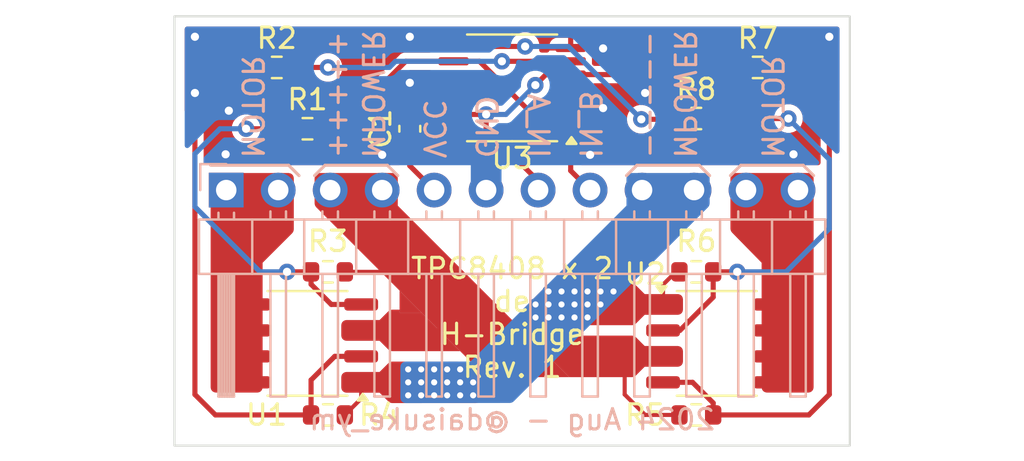
<source format=kicad_pcb>
(kicad_pcb (version 20221018) (generator pcbnew)
  (layers (0 "F.Cu" signal) (31 "B.Cu" signal) (34 "B.Paste" user) (35 "F.Paste" user) (36 "B.SilkS" user "B.Silkscreen") (37 "F.SilkS" user "F.Silkscreen") (38 "B.Mask" user) (39 "F.Mask" user) (44 "Edge.Cuts" user))
  (net 0 "")
  (net 1 "VCC")
  (net 2 "GND")
  (net 3 "/IN_A")
  (net 4 "/IN_B")
  (net 5 "/M1")
  (net 6 "/M2")
  (net 7 "Net-(U1-PG)")
  (net 8 "Net-(U1-NG)")
  (net 9 "Net-(U2-PG)")
  (net 10 "Net-(U2-NG)")
  (net 11 "/P1")
  (net 12 "/P2")
  (net 13 "/VM2")
  (net 14 "/VM1")
  (net 15 "Net-(U3-Pad3)")
  (net 16 "Net-(U3-Pad10)")
  (footprint "Package_SO:SOP-8_3.9x4.9mm_P1.27mm" (layer "F.Cu") (at 140 95 180)
    (fp_text reference "U1" (at 2 -3.5) (layer "F.SilkS"))
    (fp_text value "TPC8408")
    (fp_line (start 0 -2.56) (end -1.95 -2.56) (stroke (width 0.12)) (layer "F.SilkS"))
    (fp_line (start 0 -2.56) (end 1.95 -2.56) (stroke (width 0.12)) (layer "F.SilkS"))
    (fp_line (start 0 2.56) (end -1.95 2.56) (stroke (width 0.12)) (layer "F.SilkS"))
    (fp_line (start 0 2.56) (end 1.95 2.56) (stroke (width 0.12)) (layer "F.SilkS"))
    (fp_poly (pts (xy -2.7 -2.465) (xy -2.94 -2.795) (xy -2.46 -2.795) (xy -2.7 -2.465)) (stroke (width 0.12)) (fill solid) (layer "F.SilkS"))
    (pad "1" smd roundrect (at -2.625 -1.905 180) (size 1.65 0.6) (layers "F.Cu" "F.Paste" "F.Mask") (net 13 "/VM2"))
    (pad "2" smd roundrect (at -2.625 -0.635 180) (size 1.65 0.6) (layers "F.Cu" "F.Paste" "F.Mask") (net 8 "Net-(U1-NG)"))
    (pad "3" smd roundrect (at -2.625 0.635 180) (size 1.65 0.6) (layers "F.Cu" "F.Paste" "F.Mask") (net 14 "/VM1"))
    (pad "4" smd roundrect (at -2.625 1.905 180) (size 1.65 0.6) (layers "F.Cu" "F.Paste" "F.Mask") (net 7 "Net-(U1-PG)"))
    (pad "5" smd roundrect (at 2.625 1.905 180) (size 1.65 0.6) (layers "F.Cu" "F.Paste" "F.Mask") (net 5 "/M1"))
    (pad "6" smd roundrect (at 2.625 0.635 180) (size 1.65 0.6) (layers "F.Cu" "F.Paste" "F.Mask") (net 5 "/M1"))
    (pad "7" smd roundrect (at 2.625 -0.635 180) (size 1.65 0.6) (layers "F.Cu" "F.Paste" "F.Mask") (net 5 "/M1"))
    (pad "8" smd roundrect (at 2.625 -1.905 180) (size 1.65 0.6) (layers "F.Cu" "F.Paste" "F.Mask") (net 5 "/M1"))
  )
  (footprint "Resistor_SMD:R_0603_1608Metric" (layer "F.Cu") (at 162 81.5)
    (fp_text reference "R7" (at 0 -1.43) (layer "F.SilkS"))
    (fp_text value "20")
    (fp_line (start -0.237258 -0.5225) (end 0.237258 -0.5225) (stroke (width 0.12)) (layer "F.SilkS"))
    (fp_line (start -0.237258 0.5225) (end 0.237258 0.5225) (stroke (width 0.12)) (layer "F.SilkS"))
    (pad "1" smd roundrect (at -0.825 0) (size 0.8 0.95) (layers "F.Cu" "F.Paste" "F.Mask") (net 3 "/IN_A"))
    (pad "2" smd roundrect (at 0.825 0) (size 0.8 0.95) (layers "F.Cu" "F.Paste" "F.Mask") (net 9 "Net-(U2-PG)"))
  )
  (footprint "Resistor_SMD:R_0603_1608Metric" (layer "F.Cu") (at 159 91.5 180)
    (fp_text reference "R6" (at 0 1.5) (layer "F.SilkS"))
    (fp_text value "2k2")
    (fp_line (start -0.237258 -0.5225) (end 0.237258 -0.5225) (stroke (width 0.12)) (layer "F.SilkS"))
    (fp_line (start -0.237258 0.5225) (end 0.237258 0.5225) (stroke (width 0.12)) (layer "F.SilkS"))
    (pad "1" smd roundrect (at -0.825 0 180) (size 0.8 0.95) (layers "F.Cu" "F.Paste" "F.Mask") (net 10 "Net-(U2-NG)"))
    (pad "2" smd roundrect (at 0.825 0 180) (size 0.8 0.95) (layers "F.Cu" "F.Paste" "F.Mask") (net 13 "/VM2"))
  )
  (footprint "Package_SO:TSSOP-14_4.4x5mm_P0.65mm" (layer "F.Cu") (at 150 82.5 180)
    (fp_text reference "U3" (at 0 -3.45) (layer "F.SilkS"))
    (fp_text value "74HC00")
    (fp_line (start 0 -2.61) (end -2.2 -2.61) (stroke (width 0.12)) (layer "F.SilkS"))
    (fp_line (start 0 -2.61) (end 2.2 -2.61) (stroke (width 0.12)) (layer "F.SilkS"))
    (fp_line (start 0 2.61) (end -2.2 2.61) (stroke (width 0.12)) (layer "F.SilkS"))
    (fp_line (start 0 2.61) (end 2.2 2.61) (stroke (width 0.12)) (layer "F.SilkS"))
    (fp_poly (pts (xy -2.9 -2.41) (xy -3.14 -2.74) (xy -2.66 -2.74) (xy -2.9 -2.41)) (stroke (width 0.12)) (fill solid) (layer "F.SilkS"))
    (pad "1" smd roundrect (at -2.8625 -1.95 180) (size 1.475 0.4) (layers "F.Cu" "F.Paste" "F.Mask") (net 4 "/IN_B"))
    (pad "2" smd roundrect (at -2.8625 -1.3 180) (size 1.475 0.4) (layers "F.Cu" "F.Paste" "F.Mask") (net 4 "/IN_B"))
    (pad "3" smd roundrect (at -2.8625 -0.65 180) (size 1.475 0.4) (layers "F.Cu" "F.Paste" "F.Mask") (net 15 "Net-(U3-Pad3)"))
    (pad "4" smd roundrect (at -2.8625 0 180) (size 1.475 0.4) (layers "F.Cu" "F.Paste" "F.Mask") (net 15 "Net-(U3-Pad3)"))
    (pad "5" smd roundrect (at -2.8625 0.65 180) (size 1.475 0.4) (layers "F.Cu" "F.Paste" "F.Mask") (net 3 "/IN_A"))
    (pad "6" smd roundrect (at -2.8625 1.3 180) (size 1.475 0.4) (layers "F.Cu" "F.Paste" "F.Mask") (net 11 "/P1"))
    (pad "7" smd roundrect (at -2.8625 1.95 180) (size 1.475 0.4) (layers "F.Cu" "F.Paste" "F.Mask") (net 2 "GND"))
    (pad "8" smd roundrect (at 2.8625 1.95 180) (size 1.475 0.4) (layers "F.Cu" "F.Paste" "F.Mask") (net 12 "/P2"))
    (pad "9" smd roundrect (at 2.8625 1.3 180) (size 1.475 0.4) (layers "F.Cu" "F.Paste" "F.Mask") (net 4 "/IN_B"))
    (pad "10" smd roundrect (at 2.8625 0.65 180) (size 1.475 0.4) (layers "F.Cu" "F.Paste" "F.Mask") (net 16 "Net-(U3-Pad10)"))
    (pad "11" smd roundrect (at 2.8625 0 180) (size 1.475 0.4) (layers "F.Cu" "F.Paste" "F.Mask") (net 16 "Net-(U3-Pad10)"))
    (pad "12" smd roundrect (at 2.8625 -0.65 180) (size 1.475 0.4) (layers "F.Cu" "F.Paste" "F.Mask") (net 3 "/IN_A"))
    (pad "13" smd roundrect (at 2.8625 -1.3 180) (size 1.475 0.4) (layers "F.Cu" "F.Paste" "F.Mask") (net 3 "/IN_A"))
    (pad "14" smd roundrect (at 2.8625 -1.95 180) (size 1.475 0.4) (layers "F.Cu" "F.Paste" "F.Mask") (net 1 "VCC"))
  )
  (footprint "Capacitor_SMD:C_0603_1608Metric" (layer "F.Cu") (at 145 84.5 90)
    (fp_text reference "C1" (at 0 -1.43 90) (layer "F.SilkS"))
    (fp_text value "0.1u")
    (fp_line (start -0.14058 -0.51) (end 0.14058 -0.51) (stroke (width 0.12)) (layer "F.SilkS"))
    (fp_line (start -0.14058 0.51) (end 0.14058 0.51) (stroke (width 0.12)) (layer "F.SilkS"))
    (pad "1" smd roundrect (at -0.775 0 90) (size 0.9 0.95) (layers "F.Cu" "F.Paste" "F.Mask") (net 1 "VCC"))
    (pad "2" smd roundrect (at 0.775 0 90) (size 0.9 0.95) (layers "F.Cu" "F.Paste" "F.Mask") (net 2 "GND"))
  )
  (footprint "Package_SO:SOP-8_3.9x4.9mm_P1.27mm" (layer "F.Cu") (at 160 95)
    (fp_text reference "U2" (at -3.5 -3.4) (layer "F.SilkS"))
    (fp_text value "TPC8408")
    (fp_line (start 0 -2.56) (end -1.95 -2.56) (stroke (width 0.12)) (layer "F.SilkS"))
    (fp_line (start 0 -2.56) (end 1.95 -2.56) (stroke (width 0.12)) (layer "F.SilkS"))
    (fp_line (start 0 2.56) (end -1.95 2.56) (stroke (width 0.12)) (layer "F.SilkS"))
    (fp_line (start 0 2.56) (end 1.95 2.56) (stroke (width 0.12)) (layer "F.SilkS"))
    (fp_poly (pts (xy -2.7 -2.465) (xy -2.94 -2.795) (xy -2.46 -2.795) (xy -2.7 -2.465)) (stroke (width 0.12)) (fill solid) (layer "F.SilkS"))
    (pad "1" smd roundrect (at -2.625 -1.905) (size 1.65 0.6) (layers "F.Cu" "F.Paste" "F.Mask") (net 13 "/VM2"))
    (pad "2" smd roundrect (at -2.625 -0.635) (size 1.65 0.6) (layers "F.Cu" "F.Paste" "F.Mask") (net 10 "Net-(U2-NG)"))
    (pad "3" smd roundrect (at -2.625 0.635) (size 1.65 0.6) (layers "F.Cu" "F.Paste" "F.Mask") (net 14 "/VM1"))
    (pad "4" smd roundrect (at -2.625 1.905) (size 1.65 0.6) (layers "F.Cu" "F.Paste" "F.Mask") (net 9 "Net-(U2-PG)"))
    (pad "5" smd roundrect (at 2.625 1.905) (size 1.65 0.6) (layers "F.Cu" "F.Paste" "F.Mask") (net 6 "/M2"))
    (pad "6" smd roundrect (at 2.625 0.635) (size 1.65 0.6) (layers "F.Cu" "F.Paste" "F.Mask") (net 6 "/M2"))
    (pad "7" smd roundrect (at 2.625 -0.635) (size 1.65 0.6) (layers "F.Cu" "F.Paste" "F.Mask") (net 6 "/M2"))
    (pad "8" smd roundrect (at 2.625 -1.905) (size 1.65 0.6) (layers "F.Cu" "F.Paste" "F.Mask") (net 6 "/M2"))
  )
  (footprint "Resistor_SMD:R_0603_1608Metric" (layer "F.Cu") (at 159 98.5 180)
    (fp_text reference "R5" (at 2.5 0) (layer "F.SilkS"))
    (fp_text value "2k2")
    (fp_line (start -0.237258 -0.5225) (end 0.237258 -0.5225) (stroke (width 0.12)) (layer "F.SilkS"))
    (fp_line (start -0.237258 0.5225) (end 0.237258 0.5225) (stroke (width 0.12)) (layer "F.SilkS"))
    (pad "1" smd roundrect (at -0.825 0 180) (size 0.8 0.95) (layers "F.Cu" "F.Paste" "F.Mask") (net 9 "Net-(U2-PG)"))
    (pad "2" smd roundrect (at 0.825 0 180) (size 0.8 0.95) (layers "F.Cu" "F.Paste" "F.Mask") (net 14 "/VM1"))
  )
  (footprint "Resistor_SMD:R_0603_1608Metric" (layer "F.Cu") (at 138.5 81.5)
    (fp_text reference "R2" (at 0 -1.43) (layer "F.SilkS"))
    (fp_text value "20")
    (fp_line (start -0.237258 -0.5225) (end 0.237258 -0.5225) (stroke (width 0.12)) (layer "F.SilkS"))
    (fp_line (start -0.237258 0.5225) (end 0.237258 0.5225) (stroke (width 0.12)) (layer "F.SilkS"))
    (pad "1" smd roundrect (at -0.825 0) (size 0.8 0.95) (layers "F.Cu" "F.Paste" "F.Mask") (net 8 "Net-(U1-NG)"))
    (pad "2" smd roundrect (at 0.825 0) (size 0.8 0.95) (layers "F.Cu" "F.Paste" "F.Mask") (net 11 "/P1"))
  )
  (footprint "Resistor_SMD:R_0603_1608Metric" (layer "F.Cu") (at 141 98.5)
    (fp_text reference "R4" (at 2.5 0) (layer "F.SilkS"))
    (fp_text value "2k2")
    (fp_line (start -0.237258 -0.5225) (end 0.237258 -0.5225) (stroke (width 0.12)) (layer "F.SilkS"))
    (fp_line (start -0.237258 0.5225) (end 0.237258 0.5225) (stroke (width 0.12)) (layer "F.SilkS"))
    (pad "1" smd roundrect (at -0.825 0) (size 0.8 0.95) (layers "F.Cu" "F.Paste" "F.Mask") (net 8 "Net-(U1-NG)"))
    (pad "2" smd roundrect (at 0.825 0) (size 0.8 0.95) (layers "F.Cu" "F.Paste" "F.Mask") (net 13 "/VM2"))
  )
  (footprint "Resistor_SMD:R_0603_1608Metric" (layer "F.Cu") (at 159 84)
    (fp_text reference "R8" (at 0 -1.43) (layer "F.SilkS"))
    (fp_text value "20")
    (fp_line (start -0.237258 -0.5225) (end 0.237258 -0.5225) (stroke (width 0.12)) (layer "F.SilkS"))
    (fp_line (start -0.237258 0.5225) (end 0.237258 0.5225) (stroke (width 0.12)) (layer "F.SilkS"))
    (pad "1" smd roundrect (at -0.825 0) (size 0.8 0.95) (layers "F.Cu" "F.Paste" "F.Mask") (net 12 "/P2"))
    (pad "2" smd roundrect (at 0.825 0) (size 0.8 0.95) (layers "F.Cu" "F.Paste" "F.Mask") (net 10 "Net-(U2-NG)"))
  )
  (footprint "Resistor_SMD:R_0603_1608Metric" (layer "F.Cu") (at 141 91.5 180)
    (fp_text reference "R3" (at 0 1.5) (layer "F.SilkS"))
    (fp_text value "2k2")
    (fp_line (start -0.237258 -0.5225) (end 0.237258 -0.5225) (stroke (width 0.12)) (layer "F.SilkS"))
    (fp_line (start -0.237258 0.5225) (end 0.237258 0.5225) (stroke (width 0.12)) (layer "F.SilkS"))
    (pad "1" smd roundrect (at -0.825 0 180) (size 0.8 0.95) (layers "F.Cu" "F.Paste" "F.Mask") (net 14 "/VM1"))
    (pad "2" smd roundrect (at 0.825 0 180) (size 0.8 0.95) (layers "F.Cu" "F.Paste" "F.Mask") (net 7 "Net-(U1-PG)"))
  )
  (footprint "Resistor_SMD:R_0603_1608Metric" (layer "F.Cu") (at 140 84.5)
    (fp_text reference "R1" (at 0 -1.43) (layer "F.SilkS"))
    (fp_text value "20")
    (fp_line (start -0.237258 -0.5225) (end 0.237258 -0.5225) (stroke (width 0.12)) (layer "F.SilkS"))
    (fp_line (start -0.237258 0.5225) (end 0.237258 0.5225) (stroke (width 0.12)) (layer "F.SilkS"))
    (pad "1" smd roundrect (at -0.825 0) (size 0.8 0.95) (layers "F.Cu" "F.Paste" "F.Mask") (net 7 "Net-(U1-PG)"))
    (pad "2" smd roundrect (at 0.825 0) (size 0.8 0.95) (layers "F.Cu" "F.Paste" "F.Mask") (net 4 "/IN_B"))
  )
  (footprint "Connector_PinHeader_2.54mm:PinHeader_1x12_P2.54mm_Horizontal" (layer "B.Cu") (at 136.03 87.5 -90)
    (fp_text reference "J1" hide)
    (fp_text value "Conn_01x12")
    (fp_line (start -1.27 0) (end -1.27 1.27) (stroke (width 0.12)) (layer "B.SilkS"))
    (fp_line (start -1.27 1.27) (end 0 1.27) (stroke (width 0.12)) (layer "B.SilkS"))
    (fp_line (start 1.042929 -28.32) (end 1.44 -28.32) (stroke (width 0.12)) (layer "B.SilkS"))
    (fp_line (start 1.042929 -27.56) (end 1.44 -27.56) (stroke (width 0.12)) (layer "B.SilkS"))
    (fp_line (start 1.042929 -25.78) (end 1.44 -25.78) (stroke (width 0.12)) (layer "B.SilkS"))
    (fp_line (start 1.042929 -25.02) (end 1.44 -25.02) (stroke (width 0.12)) (layer "B.SilkS"))
    (fp_line (start 1.042929 -23.24) (end 1.44 -23.24) (stroke (width 0.12)) (layer "B.SilkS"))
    (fp_line (start 1.042929 -22.48) (end 1.44 -22.48) (stroke (width 0.12)) (layer "B.SilkS"))
    (fp_line (start 1.042929 -20.7) (end 1.44 -20.7) (stroke (width 0.12)) (layer "B.SilkS"))
    (fp_line (start 1.042929 -19.94) (end 1.44 -19.94) (stroke (width 0.12)) (layer "B.SilkS"))
    (fp_line (start 1.042929 -18.16) (end 1.44 -18.16) (stroke (width 0.12)) (layer "B.SilkS"))
    (fp_line (start 1.042929 -17.4) (end 1.44 -17.4) (stroke (width 0.12)) (layer "B.SilkS"))
    (fp_line (start 1.042929 -15.62) (end 1.44 -15.62) (stroke (width 0.12)) (layer "B.SilkS"))
    (fp_line (start 1.042929 -14.86) (end 1.44 -14.86) (stroke (width 0.12)) (layer "B.SilkS"))
    (fp_line (start 1.042929 -13.08) (end 1.44 -13.08) (stroke (width 0.12)) (layer "B.SilkS"))
    (fp_line (start 1.042929 -12.32) (end 1.44 -12.32) (stroke (width 0.12)) (layer "B.SilkS"))
    (fp_line (start 1.042929 -10.54) (end 1.44 -10.54) (stroke (width 0.12)) (layer "B.SilkS"))
    (fp_line (start 1.042929 -9.78) (end 1.44 -9.78) (stroke (width 0.12)) (layer "B.SilkS"))
    (fp_line (start 1.042929 -8) (end 1.44 -8) (stroke (width 0.12)) (layer "B.SilkS"))
    (fp_line (start 1.042929 -7.24) (end 1.44 -7.24) (stroke (width 0.12)) (layer "B.SilkS"))
    (fp_line (start 1.042929 -5.46) (end 1.44 -5.46) (stroke (width 0.12)) (layer "B.SilkS"))
    (fp_line (start 1.042929 -4.7) (end 1.44 -4.7) (stroke (width 0.12)) (layer "B.SilkS"))
    (fp_line (start 1.042929 -2.92) (end 1.44 -2.92) (stroke (width 0.12)) (layer "B.SilkS"))
    (fp_line (start 1.042929 -2.16) (end 1.44 -2.16) (stroke (width 0.12)) (layer "B.SilkS"))
    (fp_line (start 1.11 -0.38) (end 1.44 -0.38) (stroke (width 0.12)) (layer "B.SilkS"))
    (fp_line (start 1.11 0.38) (end 1.44 0.38) (stroke (width 0.12)) (layer "B.SilkS"))
    (fp_line (start 1.44 -29.27) (end 4.1 -29.27) (stroke (width 0.12)) (layer "B.SilkS"))
    (fp_line (start 1.44 -26.67) (end 4.1 -26.67) (stroke (width 0.12)) (layer "B.SilkS"))
    (fp_line (start 1.44 -24.13) (end 4.1 -24.13) (stroke (width 0.12)) (layer "B.SilkS"))
    (fp_line (start 1.44 -21.59) (end 4.1 -21.59) (stroke (width 0.12)) (layer "B.SilkS"))
    (fp_line (start 1.44 -19.05) (end 4.1 -19.05) (stroke (width 0.12)) (layer "B.SilkS"))
    (fp_line (start 1.44 -16.51) (end 4.1 -16.51) (stroke (width 0.12)) (layer "B.SilkS"))
    (fp_line (start 1.44 -13.97) (end 4.1 -13.97) (stroke (width 0.12)) (layer "B.SilkS"))
    (fp_line (start 1.44 -11.43) (end 4.1 -11.43) (stroke (width 0.12)) (layer "B.SilkS"))
    (fp_line (start 1.44 -8.89) (end 4.1 -8.89) (stroke (width 0.12)) (layer "B.SilkS"))
    (fp_line (start 1.44 -6.35) (end 4.1 -6.35) (stroke (width 0.12)) (layer "B.SilkS"))
    (fp_line (start 1.44 -3.81) (end 4.1 -3.81) (stroke (width 0.12)) (layer "B.SilkS"))
    (fp_line (start 1.44 -1.27) (end 4.1 -1.27) (stroke (width 0.12)) (layer "B.SilkS"))
    (fp_line (start 1.44 1.33) (end 1.44 -29.27) (stroke (width 0.12)) (layer "B.SilkS"))
    (fp_line (start 4.1 -29.27) (end 4.1 1.33) (stroke (width 0.12)) (layer "B.SilkS"))
    (fp_line (start 4.1 -27.56) (end 10.1 -27.56) (stroke (width 0.12)) (layer "B.SilkS"))
    (fp_line (start 4.1 -25.02) (end 10.1 -25.02) (stroke (width 0.12)) (layer "B.SilkS"))
    (fp_line (start 4.1 -22.48) (end 10.1 -22.48) (stroke (width 0.12)) (layer "B.SilkS"))
    (fp_line (start 4.1 -19.94) (end 10.1 -19.94) (stroke (width 0.12)) (layer "B.SilkS"))
    (fp_line (start 4.1 -17.4) (end 10.1 -17.4) (stroke (width 0.12)) (layer "B.SilkS"))
    (fp_line (start 4.1 -14.86) (end 10.1 -14.86) (stroke (width 0.12)) (layer "B.SilkS"))
    (fp_line (start 4.1 -12.32) (end 10.1 -12.32) (stroke (width 0.12)) (layer "B.SilkS"))
    (fp_line (start 4.1 -9.78) (end 10.1 -9.78) (stroke (width 0.12)) (layer "B.SilkS"))
    (fp_line (start 4.1 -7.24) (end 10.1 -7.24) (stroke (width 0.12)) (layer "B.SilkS"))
    (fp_line (start 4.1 -4.7) (end 10.1 -4.7) (stroke (width 0.12)) (layer "B.SilkS"))
    (fp_line (start 4.1 -2.16) (end 10.1 -2.16) (stroke (width 0.12)) (layer "B.SilkS"))
    (fp_line (start 4.1 -0.28) (end 10.1 -0.28) (stroke (width 0.12)) (layer "B.SilkS"))
    (fp_line (start 4.1 -0.16) (end 10.1 -0.16) (stroke (width 0.12)) (layer "B.SilkS"))
    (fp_line (start 4.1 -0.04) (end 10.1 -0.04) (stroke (width 0.12)) (layer "B.SilkS"))
    (fp_line (start 4.1 0.08) (end 10.1 0.08) (stroke (width 0.12)) (layer "B.SilkS"))
    (fp_line (start 4.1 0.2) (end 10.1 0.2) (stroke (width 0.12)) (layer "B.SilkS"))
    (fp_line (start 4.1 0.32) (end 10.1 0.32) (stroke (width 0.12)) (layer "B.SilkS"))
    (fp_line (start 4.1 0.38) (end 10.1 0.38) (stroke (width 0.12)) (layer "B.SilkS"))
    (fp_line (start 4.1 1.33) (end 1.44 1.33) (stroke (width 0.12)) (layer "B.SilkS"))
    (fp_line (start 10.1 -28.32) (end 4.1 -28.32) (stroke (width 0.12)) (layer "B.SilkS"))
    (fp_line (start 10.1 -27.56) (end 10.1 -28.32) (stroke (width 0.12)) (layer "B.SilkS"))
    (fp_line (start 10.1 -25.78) (end 4.1 -25.78) (stroke (width 0.12)) (layer "B.SilkS"))
    (fp_line (start 10.1 -25.02) (end 10.1 -25.78) (stroke (width 0.12)) (layer "B.SilkS"))
    (fp_line (start 10.1 -23.24) (end 4.1 -23.24) (stroke (width 0.12)) (layer "B.SilkS"))
    (fp_line (start 10.1 -22.48) (end 10.1 -23.24) (stroke (width 0.12)) (layer "B.SilkS"))
    (fp_line (start 10.1 -20.7) (end 4.1 -20.7) (stroke (width 0.12)) (layer "B.SilkS"))
    (fp_line (start 10.1 -19.94) (end 10.1 -20.7) (stroke (width 0.12)) (layer "B.SilkS"))
    (fp_line (start 10.1 -18.16) (end 4.1 -18.16) (stroke (width 0.12)) (layer "B.SilkS"))
    (fp_line (start 10.1 -17.4) (end 10.1 -18.16) (stroke (width 0.12)) (layer "B.SilkS"))
    (fp_line (start 10.1 -15.62) (end 4.1 -15.62) (stroke (width 0.12)) (layer "B.SilkS"))
    (fp_line (start 10.1 -14.86) (end 10.1 -15.62) (stroke (width 0.12)) (layer "B.SilkS"))
    (fp_line (start 10.1 -13.08) (end 4.1 -13.08) (stroke (width 0.12)) (layer "B.SilkS"))
    (fp_line (start 10.1 -12.32) (end 10.1 -13.08) (stroke (width 0.12)) (layer "B.SilkS"))
    (fp_line (start 10.1 -10.54) (end 4.1 -10.54) (stroke (width 0.12)) (layer "B.SilkS"))
    (fp_line (start 10.1 -9.78) (end 10.1 -10.54) (stroke (width 0.12)) (layer "B.SilkS"))
    (fp_line (start 10.1 -8) (end 4.1 -8) (stroke (width 0.12)) (layer "B.SilkS"))
    (fp_line (start 10.1 -7.24) (end 10.1 -8) (stroke (width 0.12)) (layer "B.SilkS"))
    (fp_line (start 10.1 -5.46) (end 4.1 -5.46) (stroke (width 0.12)) (layer "B.SilkS"))
    (fp_line (start 10.1 -4.7) (end 10.1 -5.46) (stroke (width 0.12)) (layer "B.SilkS"))
    (fp_line (start 10.1 -2.92) (end 4.1 -2.92) (stroke (width 0.12)) (layer "B.SilkS"))
    (fp_line (start 10.1 -2.16) (end 10.1 -2.92) (stroke (width 0.12)) (layer "B.SilkS"))
    (fp_line (start 10.1 -0.38) (end 4.1 -0.38) (stroke (width 0.12)) (layer "B.SilkS"))
    (fp_line (start 10.1 0.38) (end 10.1 -0.38) (stroke (width 0.12)) (layer "B.SilkS"))
    (pad "1" thru_hole rect (at 0 0 270) (size 1.7 1.7) (drill 1) (layers "*.Cu" "*.Mask") (net 5 "/M1"))
    (pad "2" thru_hole oval (at 0 -2.54 270) (size 1.7 1.7) (drill 1) (layers "*.Cu" "*.Mask") (net 5 "/M1"))
    (pad "3" thru_hole oval (at 0 -5.08 270) (size 1.7 1.7) (drill 1) (layers "*.Cu" "*.Mask") (net 14 "/VM1"))
    (pad "4" thru_hole oval (at 0 -7.62 270) (size 1.7 1.7) (drill 1) (layers "*.Cu" "*.Mask") (net 14 "/VM1"))
    (pad "5" thru_hole oval (at 0 -10.16 270) (size 1.7 1.7) (drill 1) (layers "*.Cu" "*.Mask") (net 1 "VCC"))
    (pad "6" thru_hole oval (at 0 -12.7 270) (size 1.7 1.7) (drill 1) (layers "*.Cu" "*.Mask") (net 2 "GND"))
    (pad "7" thru_hole oval (at 0 -15.24 270) (size 1.7 1.7) (drill 1) (layers "*.Cu" "*.Mask") (net 3 "/IN_A"))
    (pad "8" thru_hole oval (at 0 -17.78 270) (size 1.7 1.7) (drill 1) (layers "*.Cu" "*.Mask") (net 4 "/IN_B"))
    (pad "9" thru_hole oval (at 0 -20.32 270) (size 1.7 1.7) (drill 1) (layers "*.Cu" "*.Mask") (net 13 "/VM2"))
    (pad "10" thru_hole oval (at 0 -22.86 270) (size 1.7 1.7) (drill 1) (layers "*.Cu" "*.Mask") (net 13 "/VM2"))
    (pad "11" thru_hole oval (at 0 -25.4 270) (size 1.7 1.7) (drill 1) (layers "*.Cu" "*.Mask") (net 6 "/M2"))
    (pad "12" thru_hole oval (at 0 -27.94 270) (size 1.7 1.7) (drill 1) (layers "*.Cu" "*.Mask") (net 6 "/M2"))
  )
  (gr_line (start 139.078 86.284) (end 135.268 86.284) (stroke (width 0.15)) (layer "B.SilkS"))
  (gr_line (start 140.348 86.792) (end 140.856 86.284) (stroke (width 0.15)) (layer "B.SilkS"))
  (gr_line (start 159.144 86.284) (end 159.652 86.792) (stroke (width 0.15)) (layer "B.SilkS"))
  (gr_line (start 143.904 86.284) (end 144.412 86.792) (stroke (width 0.15)) (layer "B.SilkS"))
  (gr_line (start 161.176 86.284) (end 164.224 86.284) (stroke (width 0.15)) (layer "B.SilkS"))
  (gr_line (start 140.856 86.284) (end 143.904 86.284) (stroke (width 0.15)) (layer "B.SilkS"))
  (gr_line (start 155.588 86.792) (end 156.096 86.284) (stroke (width 0.15)) (layer "B.SilkS"))
  (gr_line (start 164.224 86.284) (end 164.732 86.792) (stroke (width 0.15)) (layer "B.SilkS"))
  (gr_line (start 139.586 86.792) (end 139.078 86.284) (stroke (width 0.15)) (layer "B.SilkS"))
  (gr_line (start 160.668 86.792) (end 161.176 86.284) (stroke (width 0.15)) (layer "B.SilkS"))
  (gr_line (start 156.096 86.284) (end 159.144 86.284) (stroke (width 0.15)) (layer "B.SilkS"))
  (gr_rect (start 133.5 79) (end 166.5 100) (stroke (width 0.1)) (fill none) (layer "Edge.Cuts"))
  (gr_text "MPOWER\n-----" (at 157.62 86.03 270) (layer "B.SilkS") (effects (font (size 1 1)) (justify left mirror)))
  (gr_text "IN_B" (at 153.81 86.03 270) (layer "B.SilkS") (effects (font (size 1 1)) (justify left mirror)))
  (gr_text "MPOWER\n+++++" (at 142.38 86.03 270) (layer "B.SilkS") (effects (font (size 1 1)) (justify left mirror)))
  (gr_text "IN_A" (at 151.27 86.03 270) (layer "B.SilkS") (effects (font (size 1 1)) (justify left mirror)))
  (gr_text "VCC" (at 146.19 86.03 270) (layer "B.SilkS") (effects (font (size 1 1)) (justify left mirror)))
  (gr_text "GND" (at 148.73 86.03 270) (layer "B.SilkS") (effects (font (size 1 1)) (justify left mirror)))
  (gr_text "2024 Aug - @daisuke_ym" (at 150 98.73) (layer "B.SilkS") (effects (font (size 1 1)) (justify mirror)))
  (gr_text "MOTOR" (at 137.3 86.03 270) (layer "B.SilkS") (effects (font (size 1 1)) (justify left mirror)))
  (gr_text "MOTOR" (at 162.7 86.03 270) (layer "B.SilkS") (effects (font (size 1 1)) (justify left mirror)))
  (gr_text "TPC8408 x 2\nde\nH-Bridge\nRev. 1" (at 150 93.75) (layer "F.SilkS") (effects (font (size 1 1))))
  (segment (start 146.19 87.5) (end 145 86.31) (width 0.25) (layer "F.Cu") (net 1))
  (segment (start 145 86.31) (end 145 85.275) (width 0.25) (layer "F.Cu") (net 1))
  (segment (start 145 85.275) (end 146.3125 85.275) (width 0.25) (layer "F.Cu") (net 1))
  (segment (start 146.3125 85.275) (end 147.1375 84.45) (width 0.25) (layer "F.Cu") (net 1))
  (via (at 145 82.25) (size 0.8) (drill 0.4) (layers "F.Cu" "B.Cu") (net 2))
  (via (at 154.445 83.49) (size 0.8) (drill 0.4) (layers "F.Cu" "B.Cu") (net 2))
  (via (at 165.5 80) (size 0.8) (drill 0.4) (layers "F.Cu" "B.Cu") (net 2))
  (via (at 145 80) (size 0.8) (drill 0.4) (layers "F.Cu" "B.Cu") (net 2))
  (via (at 134.5 82.75) (size 0.8) (drill 0.4) (layers "F.Cu" "B.Cu") (net 2))
  (via (at 154.445 80.569) (size 0.8) (drill 0.4) (layers "F.Cu" "B.Cu") (net 2))
  (via (at 136.157 83.617) (size 0.8) (drill 0.4) (layers "F.Cu" "B.Cu") (net 2))
  (via (at 153.81 85.776) (size 0.8) (drill 0.4) (layers "F.Cu" "B.Cu") (net 2))
  (via (at 134.5 80) (size 0.8) (drill 0.4) (layers "F.Cu" "B.Cu") (net 2))
  (via (at 143.65 85.776) (size 0.8) (drill 0.4) (layers "F.Cu" "B.Cu") (net 2))
  (via (at 136 85.75) (size 0.8) (drill 0.4) (layers "F.Cu" "B.Cu") (net 2))
  (via (at 163.75 85.75) (size 0.8) (drill 0.4) (layers "F.Cu" "B.Cu") (net 2))
  (via (at 156.5 82.75) (size 0.8) (drill 0.4) (layers "F.Cu" "B.Cu") (net 2))
  (segment (start 148.73 87.5) (end 148.73 86.284) (width 1.5) (layer "B.Cu") (net 2))
  (segment (start 148.73 83.8) (end 148.73 84.50972) (width 0.25) (layer "F.Cu") (net 3))
  (segment (start 151.27 87.04972) (end 151.27 87.5) (width 0.25) (layer "F.Cu") (net 3))
  (segment (start 151.135 82.365) (end 151.65 81.85) (width 0.25) (layer "F.Cu") (net 3))
  (segment (start 157.35 81.5) (end 161.175 81.5) (width 0.25) (layer "F.Cu") (net 3))
  (segment (start 157 81.85) (end 157.35 81.5) (width 0.25) (layer "F.Cu") (net 3))
  (segment (start 152.8625 81.85) (end 157 81.85) (width 0.25) (layer "F.Cu") (net 3))
  (segment (start 151.65 81.85) (end 152.8625 81.85) (width 0.25) (layer "F.Cu") (net 3))
  (segment (start 148.73 83.8) (end 147.1375 83.8) (width 0.25) (layer "F.Cu") (net 3))
  (segment (start 148.73 84.50972) (end 151.27 87.04972) (width 0.25) (layer "F.Cu") (net 3))
  (segment (start 147.1375 83.8) (end 147.1375 83.15) (width 0.25) (layer "F.Cu") (net 3))
  (via (at 148.73 83.8) (size 0.8) (drill 0.4) (layers "F.Cu" "B.Cu") (net 3))
  (via (at 151.135 82.365) (size 0.8) (drill 0.4) (layers "F.Cu" "B.Cu") (net 3))
  (segment (start 151.135 82.365) (end 149.7 83.8) (width 0.25) (layer "B.Cu") (net 3))
  (segment (start 149.7 83.8) (end 148.73 83.8) (width 0.25) (layer "B.Cu") (net 3))
  (segment (start 144.8 81.2) (end 141.5 84.5) (width 0.25) (layer "F.Cu") (net 4))
  (segment (start 152.8625 86.5525) (end 152.8625 84.45) (width 0.25) (layer "F.Cu") (net 4))
  (segment (start 147.1375 81.2) (end 144.8 81.2) (width 0.25) (layer "F.Cu") (net 4))
  (segment (start 148.403984 81.2) (end 151.003984 83.8) (width 0.25) (layer "F.Cu") (net 4))
  (segment (start 141.5 84.5) (end 140.825 84.5) (width 0.25) (layer "F.Cu") (net 4))
  (segment (start 147.1375 81.2) (end 148.403984 81.2) (width 0.25) (layer "F.Cu") (net 4))
  (segment (start 151.003984 83.8) (end 152.8625 83.8) (width 0.25) (layer "F.Cu") (net 4))
  (segment (start 153.81 87.5) (end 152.8625 86.5525) (width 0.25) (layer "F.Cu") (net 4))
  (segment (start 152.8625 84.45) (end 152.8625 83.8) (width 0.25) (layer "F.Cu") (net 4))
  (segment (start 136.03 91.75) (end 137.375 93.095) (width 0.25) (layer "F.Cu") (net 5))
  (segment (start 136.03 87.5) (end 138.57 87.5) (width 0.25) (layer "F.Cu") (net 5))
  (segment (start 137.375 96.905) (end 137.375 93.095) (width 0.25) (layer "F.Cu") (net 5))
  (segment (start 136.03 87.5) (end 136.03 91.75) (width 0.25) (layer "F.Cu") (net 5))
  (segment (start 163.97 87.5) (end 161.43 87.5) (width 0.25) (layer "F.Cu") (net 6))
  (segment (start 163.97 87.5) (end 163.97 91.75) (width 0.25) (layer "F.Cu") (net 6))
  (segment (start 163.97 91.75) (end 162.625 93.095) (width 0.25) (layer "F.Cu") (net 6))
  (segment (start 162.625 93.095) (end 162.625 96.905) (width 0.25) (layer "F.Cu") (net 6))
  (segment (start 140.175 92.107328) (end 141.162672 93.095) (width 0.25) (layer "F.Cu") (net 7))
  (segment (start 141.162672 93.095) (end 142.625 93.095) (width 0.25) (layer "F.Cu") (net 7))
  (segment (start 137 84.5) (end 139.175 84.5) (width 0.25) (layer "F.Cu") (net 7))
  (segment (start 140.175 91.5) (end 139 91.5) (width 0.25) (layer "F.Cu") (net 7))
  (segment (start 140.175 91.5) (end 140.175 92.107328) (width 0.25) (layer "F.Cu") (net 7))
  (via (at 137 84.5) (size 0.8) (drill 0.4) (layers "F.Cu" "B.Cu") (net 7))
  (via (at 139 91.5) (size 0.8) (drill 0.4) (layers "F.Cu" "B.Cu") (net 7))
  (segment (start 134.5 88.32) (end 137.68 91.5) (width 0.25) (layer "B.Cu") (net 7))
  (segment (start 135.724695 84.5) (end 137 84.5) (width 0.25) (layer "B.Cu") (net 7))
  (segment (start 134.5 85.724695) (end 135.724695 84.5) (width 0.25) (layer "B.Cu") (net 7))
  (segment (start 137.68 91.5) (end 139 91.5) (width 0.25) (layer "B.Cu") (net 7))
  (segment (start 134.5 88.32) (end 134.5 85.724695) (width 0.25) (layer "B.Cu") (net 7))
  (segment (start 140.175 98.5) (end 135.5 98.5) (width 0.25) (layer "F.Cu") (net 8))
  (segment (start 140.175 98.5) (end 140.175 96.7925) (width 0.25) (layer "F.Cu") (net 8))
  (segment (start 141.3325 95.635) (end 142.625 95.635) (width 0.25) (layer "F.Cu") (net 8))
  (segment (start 137 81.5) (end 137.675 81.5) (width 0.25) (layer "F.Cu") (net 8))
  (segment (start 140.175 96.7925) (end 141.3325 95.635) (width 0.25) (layer "F.Cu") (net 8))
  (segment (start 134.5 84) (end 137 81.5) (width 0.25) (layer "F.Cu") (net 8))
  (segment (start 135.5 98.5) (end 134.5 97.5) (width 0.25) (layer "F.Cu") (net 8))
  (segment (start 134.5 97.5) (end 134.5 84) (width 0.25) (layer "F.Cu") (net 8))
  (segment (start 159.825 98.5) (end 164.5 98.5) (width 0.25) (layer "F.Cu") (net 9))
  (segment (start 158.8175 96.905) (end 157.375 96.905) (width 0.25) (layer "F.Cu") (net 9))
  (segment (start 159.825 98.5) (end 159.825 97.9125) (width 0.25) (layer "F.Cu") (net 9))
  (segment (start 163.5 81.5) (end 162.825 81.5) (width 0.25) (layer "F.Cu") (net 9))
  (segment (start 164.5 98.5) (end 165.5 97.5) (width 0.25) (layer "F.Cu") (net 9))
  (segment (start 165.5 97.5) (end 165.5 83.5) (width 0.25) (layer "F.Cu") (net 9))
  (segment (start 159.825 97.9125) (end 158.8175 96.905) (width 0.25) (layer "F.Cu") (net 9))
  (segment (start 165.5 83.5) (end 163.5 81.5) (width 0.25) (layer "F.Cu") (net 9))
  (segment (start 159.825 92.739999) (end 158.199999 94.365) (width 0.25) (layer "F.Cu") (net 10))
  (segment (start 158.199999 94.365) (end 157.375 94.365) (width 0.25) (layer "F.Cu") (net 10))
  (segment (start 163.5 84) (end 159.825 84) (width 0.25) (layer "F.Cu") (net 10))
  (segment (start 159.825 91.5) (end 161 91.5) (width 0.25) (layer "F.Cu") (net 10))
  (segment (start 159.825 91.5) (end 159.825 92.739999) (width 0.25) (layer "F.Cu") (net 10))
  (via (at 163.5 84) (size 0.8) (drill 0.4) (layers "F.Cu" "B.Cu") (net 10))
  (via (at 161 91.5) (size 0.8) (drill 0.4) (layers "F.Cu" "B.Cu") (net 10))
  (segment (start 165.5 86) (end 163.5 84) (width 0.25) (layer "B.Cu") (net 10))
  (segment (start 165.5 89.386561) (end 163.386561 91.5) (width 0.25) (layer "B.Cu") (net 10))
  (segment (start 163.386561 91.5) (end 161 91.5) (width 0.25) (layer "B.Cu") (net 10))
  (segment (start 165.5 89.386561) (end 165.5 86) (width 0.25) (layer "B.Cu") (net 10))
  (segment (start 152.8625 81.2) (end 149.5 81.2) (width 0.25) (layer "F.Cu") (net 11))
  (segment (start 141 81.5) (end 139.325 81.5) (width 0.25) (layer "F.Cu") (net 11))
  (via (at 149.5 81.2) (size 0.8) (drill 0.4) (layers "F.Cu" "B.Cu") (net 11))
  (via (at 141 81.5) (size 0.8) (drill 0.4) (layers "F.Cu" "B.Cu") (net 11))
  (segment (start 144.3 81.2) (end 149.5 81.2) (width 0.25) (layer "B.Cu") (net 11))
  (segment (start 141 81.5) (end 144 81.5) (width 0.25) (layer "B.Cu") (net 11))
  (segment (start 144 81.5) (end 144.3 81.2) (width 0.25) (layer "B.Cu") (net 11))
  (segment (start 156.312652 84.037348) (end 158.137652 84.037348) (width 0.25) (layer "F.Cu") (net 12))
  (segment (start 158.137652 84.037348) (end 158.175 84) (width 0.25) (layer "F.Cu") (net 12))
  (segment (start 147.1375 80.55) (end 147.2125 80.475) (width 0.25) (layer "F.Cu") (net 12))
  (segment (start 147.2125 80.475) (end 150.635 80.475) (width 0.25) (layer "F.Cu") (net 12))
  (via (at 156.312652 84.037348) (size 0.8) (drill 0.4) (layers "F.Cu" "B.Cu") (net 12))
  (via (at 150.635 80.475) (size 0.8) (drill 0.4) (layers "F.Cu" "B.Cu") (net 12))
  (segment (start 156.312652 84.037348) (end 152.750305 80.475) (width 0.25) (layer "B.Cu") (net 12))
  (segment (start 152.750305 80.475) (end 150.635 80.475) (width 0.25) (layer "B.Cu") (net 12))
  (segment (start 142.625 97.7) (end 142.625 96.905) (width 0.2) (layer "F.Cu") (net 13))
  (segment (start 141.825 98.5) (end 142.625 97.7) (width 0.2) (layer "F.Cu") (net 13))
  (segment (start 158.175 91.5) (end 158 91.5) (width 0.2) (layer "F.Cu") (net 13))
  (segment (start 158 91.5) (end 157.375 92.125) (width 0.2) (layer "F.Cu") (net 13))
  (segment (start 157.375 92.125) (end 157.375 93.095) (width 0.2) (layer "F.Cu") (net 13))
  (via (at 153.683 93.73) (size 0.6) (drill 0.3) (layers "F.Cu" "B.Cu") (net 13))
  (via (at 153.683 93.095) (size 0.6) (drill 0.3) (layers "F.Cu" "B.Cu") (net 13))
  (via (at 146.825 97.54) (size 0.6) (drill 0.3) (layers "F.Cu" "B.Cu") (net 13))
  (via (at 154.953 92.46) (size 0.6) (drill 0.3) (layers "F.Cu" "B.Cu") (net 13))
  (via (at 152.413 92.46) (size 0.6) (drill 0.3) (layers "F.Cu" "B.Cu") (net 13))
  (via (at 154.318 93.095) (size 0.6) (drill 0.3) (layers "F.Cu" "B.Cu") (net 13))
  (via (at 145.555 97.54) (size 0.6) (drill 0.3) (layers "F.Cu" "B.Cu") (net 13))
  (via (at 147.46 97.54) (size 0.6) (drill 0.3) (layers "F.Cu" "B.Cu") (net 13))
  (via (at 153.683 92.46) (size 0.6) (drill 0.3) (layers "F.Cu" "B.Cu") (net 13))
  (via (at 146.825 96.27) (size 0.6) (drill 0.3) (layers "F.Cu" "B.Cu") (net 13))
  (via (at 151.143 93.73) (size 0.6) (drill 0.3) (layers "F.Cu" "B.Cu") (net 13))
  (via (at 146.825 96.905) (size 0.6) (drill 0.3) (layers "F.Cu" "B.Cu") (net 13))
  (via (at 154.318 92.46) (size 0.6) (drill 0.3) (layers "F.Cu" "B.Cu") (net 13))
  (via (at 147.46 96.27) (size 0.6) (drill 0.3) (layers "F.Cu" "B.Cu") (net 13))
  (via (at 147.46 96.905) (size 0.6) (drill 0.3) (layers "F.Cu" "B.Cu") (net 13))
  (via (at 145.555 96.27) (size 0.6) (drill 0.3) (layers "F.Cu" "B.Cu") (net 13))
  (via (at 144.92 97.54) (size 0.6) (drill 0.3) (layers "F.Cu" "B.Cu") (net 13))
  (via (at 153.048 93.095) (size 0.6) (drill 0.3) (layers "F.Cu" "B.Cu") (net 13))
  (via (at 153.048 93.73) (size 0.6) (drill 0.3) (layers "F.Cu" "B.Cu") (net 13))
  (via (at 148.095 97.54) (size 0.6) (drill 0.3) (layers "F.Cu" "B.Cu") (net 13))
  (via (at 151.778 93.095) (size 0.6) (drill 0.3) (layers "F.Cu" "B.Cu") (net 13))
  (via (at 151.143 93.095) (size 0.6) (drill 0.3) (layers "F.Cu" "B.Cu") (net 13))
  (via (at 144.92 96.905) (size 0.6) (drill 0.3) (layers "F.Cu" "B.Cu") (net 13))
  (via (at 146.19 97.54) (size 0.6) (drill 0.3) (layers "F.Cu" "B.Cu") (net 13))
  (via (at 145.555 96.905) (size 0.6) (drill 0.3) (layers "F.Cu" "B.Cu") (net 13))
  (via (at 153.048 92.46) (size 0.6) (drill 0.3) (layers "F.Cu" "B.Cu") (net 13))
  (via (at 148.095 96.905) (size 0.6) (drill 0.3) (layers "F.Cu" "B.Cu") (net 13))
  (via (at 152.413 93.73) (size 0.6) (drill 0.3) (layers "F.Cu" "B.Cu") (net 13))
  (via (at 151.778 93.73) (size 0.6) (drill 0.3) (layers "F.Cu" "B.Cu") (net 13))
  (via (at 146.19 96.905) (size 0.6) (drill 0.3) (layers "F.Cu" "B.Cu") (net 13))
  (via (at 146.19 96.27) (size 0.6) (drill 0.3) (layers "F.Cu" "B.Cu") (net 13))
  (via (at 144.92 96.27) (size 0.6) (drill 0.3) (layers "F.Cu" "B.Cu") (net 13))
  (via (at 151.778 92.46) (size 0.6) (drill 0.3) (layers "F.Cu" "B.Cu") (net 13))
  (via (at 152.413 93.095) (size 0.6) (drill 0.3) (layers "F.Cu" "B.Cu") (net 13))
  (segment (start 158.89 87.5) (end 156.35 87.5) (width 0.25) (layer "B.Cu") (net 13))
  (segment (start 146.444 92.968) (end 146.444 94.365) (width 0.2) (layer "F.Cu") (net 14))
  (segment (start 156.5 98.5) (end 155.5 97.5) (width 0.2) (layer "F.Cu") (net 14))
  (segment (start 155.5 97.5) (end 155.5 96) (width 0.2) (layer "F.Cu") (net 14))
  (segment (start 155.5 96) (end 155.865 95.635) (width 0.2) (layer "F.Cu") (net 14))
  (segment (start 146.444 94.365) (end 142.625 94.365) (width 0.2) (layer "F.Cu") (net 14))
  (segment (start 144.976 91.5) (end 146.444 92.968) (width 0.2) (layer "F.Cu") (net 14))
  (segment (start 141.825 91.5) (end 144.976 91.5) (width 0.2) (layer "F.Cu") (net 14))
  (segment (start 158.175 98.5) (end 156.5 98.5) (width 0.2) (layer "F.Cu") (net 14))
  (segment (start 155.865 95.635) (end 157.375 95.635) (width 0.2) (layer "F.Cu") (net 14))
  (segment (start 141.11 87.5) (end 143.65 87.5) (width 0.25) (layer "F.Cu") (net 14))
  (segment (start 152.8625 83.15) (end 152.8625 82.5) (width 0.25) (layer "F.Cu") (net 15))
  (segment (start 147.1375 82.5) (end 147.1375 81.85) (width 0.25) (layer "F.Cu") (net 16))
  (zone (net 13) (net_name "/VM2") (layer "F.Cu") (priority 1) (connect_pads yes (clearance 0.3)) (min_thickness 0.25) (fill yes (thermal_gap 0.5) (thermal_bridge_width 0.5) (smoothing fillet) (radius 0.25))
    (polygon (pts (xy 158.349 93.603) (xy 156.477 93.603) (xy 155.969 94.111) (xy 150.762 94.111) (xy 150.762 93.095) (xy 151.778 92.079) (xy 155.969 92.079) (xy 156.477 92.587) (xy 158.349 92.587)))
  )
  (zone (net 14) (net_name "/VM1") (layer "F.Cu") (priority 1) (connect_pads yes (clearance 0.3)) (min_thickness 0.25) (fill yes (thermal_gap 0.5) (thermal_bridge_width 0.5) (smoothing fillet) (radius 0.25))
    (polygon (pts (xy 158.349 96.143) (xy 156.477 96.143) (xy 155.969 96.651) (xy 150.635 96.651) (xy 150.635 94.619) (xy 155.969 94.619) (xy 156.477 95.127) (xy 158.349 95.127)))
  )
  (zone (net 5) (net_name "/M1") (layer "F.Cu") (connect_pads yes (clearance 0.3)) (min_thickness 0.25) (fill yes (thermal_gap 0.5) (thermal_bridge_width 0.5) (smoothing fillet) (radius 0.25))
    (polygon (pts (xy 139.332 86.665) (xy 139.332 89.532) (xy 137.808 91.056) (xy 137.808 97.406) (xy 135.268 97.406) (xy 135.268 86.665)))
  )
  (zone (net 14) (net_name "/VM1") (layer "F.Cu") (priority 1) (connect_pads yes (clearance 0.3)) (min_thickness 0.25) (fill yes (thermal_gap 0.5) (thermal_bridge_width 0.5) (smoothing fillet) (radius 0.25))
    (polygon (pts (xy 141.651 94.873) (xy 143.523 94.873) (xy 144.031 95.381) (xy 148.73 95.381) (xy 148.73 93.349) (xy 144.031 93.349) (xy 143.523 93.857) (xy 141.651 93.857)))
  )
  (zone (net 14) (net_name "/VM1") (layer "F.Cu") (priority 4) (connect_pads yes (clearance 0.3)) (min_thickness 0.25) (fill yes (thermal_gap 0.5) (thermal_bridge_width 0.5) (smoothing fillet) (radius 0.25))
    (polygon (pts (xy 140.348 86.665) (xy 140.348 88.262) (xy 148.73 96.651) (xy 152.794 96.651) (xy 144.412 88.262) (xy 144.412 86.665)))
  )
  (zone (net 14) (net_name "/VM1") (layer "F.Cu") (priority 2) (connect_pads (clearance 0.3)) (min_thickness 0.25) (fill yes (thermal_gap 0.5) (thermal_bridge_width 0.5))
    (polygon (pts (xy 144.5 93.5) (xy 144.5 92) (xy 146 93.5)))
  )
  (zone (net 13) (net_name "/VM2") (layer "F.Cu") (priority 1) (connect_pads yes (clearance 0.3)) (min_thickness 0.25) (fill yes (thermal_gap 0.5) (thermal_bridge_width 0.5) (smoothing fillet) (radius 0.25))
    (polygon (pts (xy 141.651 97.413) (xy 143.523 97.413) (xy 144.031 97.921) (xy 148.476 97.921) (xy 148.476 96.905) (xy 147.46 95.889) (xy 144.031 95.889) (xy 143.523 96.397) (xy 141.651 96.397)))
  )
  (zone (net 6) (net_name "/M2") (layer "F.Cu") (connect_pads yes (clearance 0.3)) (min_thickness 0.25) (fill yes (thermal_gap 0.5) (thermal_bridge_width 0.5) (smoothing fillet) (radius 0.25))
    (polygon (pts (xy 160.668 86.665) (xy 160.668 89.5) (xy 162.192 91.056) (xy 162.192 97.406) (xy 164.732 97.406) (xy 164.732 86.665)))
  )
  (zone (net 2) (net_name "GND") (layers "F&B.Cu") (priority 5) (connect_pads (clearance 0.3)) (min_thickness 0.25) (fill yes (thermal_gap 0.3) (thermal_bridge_width 0.25))
    (polygon (pts (xy 134 79.5) (xy 134 86.284) (xy 166 86.284) (xy 166 79.5)))
  )
  (zone (net 13) (net_name "/VM2") (layer "B.Cu") (priority 4) (connect_pads yes (clearance 0.3)) (min_thickness 0.25) (fill yes (thermal_gap 0.5) (thermal_bridge_width 0.5) (smoothing fillet) (radius 0.25))
    (polygon (pts (xy 159.652 86.665) (xy 159.652 88.262) (xy 150 97.914) (xy 144.539 97.921) (xy 144.539 95.889) (xy 147.967263 95.888264) (xy 155.588 88.262) (xy 155.588 86.665)))
  )
)
</source>
